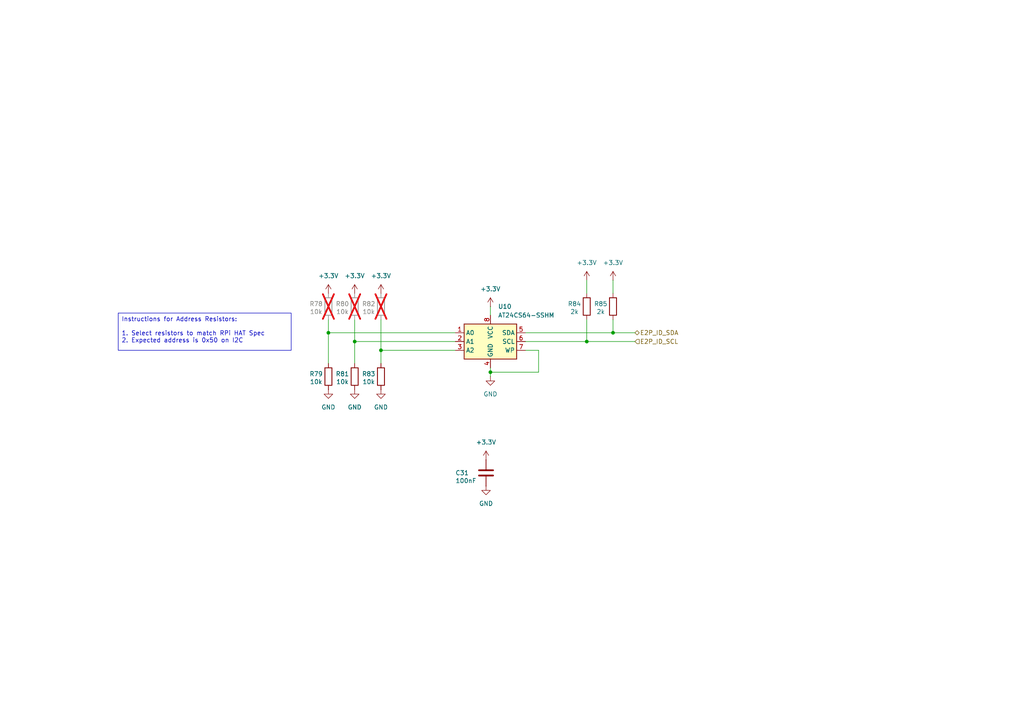
<source format=kicad_sch>
(kicad_sch
	(version 20231120)
	(generator "eeschema")
	(generator_version "8.0")
	(uuid "6b52e6ed-2ae6-427e-baa9-b0ce172c6e1b")
	(paper "A4")
	(lib_symbols
		(symbol "Device:C"
			(pin_numbers hide)
			(pin_names
				(offset 0.254)
			)
			(exclude_from_sim no)
			(in_bom yes)
			(on_board yes)
			(property "Reference" "C"
				(at 0.635 2.54 0)
				(effects
					(font
						(size 1.27 1.27)
					)
					(justify left)
				)
			)
			(property "Value" "C"
				(at 0.635 -2.54 0)
				(effects
					(font
						(size 1.27 1.27)
					)
					(justify left)
				)
			)
			(property "Footprint" ""
				(at 0.9652 -3.81 0)
				(effects
					(font
						(size 1.27 1.27)
					)
					(hide yes)
				)
			)
			(property "Datasheet" "~"
				(at 0 0 0)
				(effects
					(font
						(size 1.27 1.27)
					)
					(hide yes)
				)
			)
			(property "Description" "Unpolarized capacitor"
				(at 0 0 0)
				(effects
					(font
						(size 1.27 1.27)
					)
					(hide yes)
				)
			)
			(property "ki_keywords" "cap capacitor"
				(at 0 0 0)
				(effects
					(font
						(size 1.27 1.27)
					)
					(hide yes)
				)
			)
			(property "ki_fp_filters" "C_*"
				(at 0 0 0)
				(effects
					(font
						(size 1.27 1.27)
					)
					(hide yes)
				)
			)
			(symbol "C_0_1"
				(polyline
					(pts
						(xy -2.032 -0.762) (xy 2.032 -0.762)
					)
					(stroke
						(width 0.508)
						(type default)
					)
					(fill
						(type none)
					)
				)
				(polyline
					(pts
						(xy -2.032 0.762) (xy 2.032 0.762)
					)
					(stroke
						(width 0.508)
						(type default)
					)
					(fill
						(type none)
					)
				)
			)
			(symbol "C_1_1"
				(pin passive line
					(at 0 3.81 270)
					(length 2.794)
					(name "~"
						(effects
							(font
								(size 1.27 1.27)
							)
						)
					)
					(number "1"
						(effects
							(font
								(size 1.27 1.27)
							)
						)
					)
				)
				(pin passive line
					(at 0 -3.81 90)
					(length 2.794)
					(name "~"
						(effects
							(font
								(size 1.27 1.27)
							)
						)
					)
					(number "2"
						(effects
							(font
								(size 1.27 1.27)
							)
						)
					)
				)
			)
		)
		(symbol "Device:R"
			(pin_numbers hide)
			(pin_names
				(offset 0)
			)
			(exclude_from_sim no)
			(in_bom yes)
			(on_board yes)
			(property "Reference" "R"
				(at 2.032 0 90)
				(effects
					(font
						(size 1.27 1.27)
					)
				)
			)
			(property "Value" "R"
				(at 0 0 90)
				(effects
					(font
						(size 1.27 1.27)
					)
				)
			)
			(property "Footprint" ""
				(at -1.778 0 90)
				(effects
					(font
						(size 1.27 1.27)
					)
					(hide yes)
				)
			)
			(property "Datasheet" "~"
				(at 0 0 0)
				(effects
					(font
						(size 1.27 1.27)
					)
					(hide yes)
				)
			)
			(property "Description" "Resistor"
				(at 0 0 0)
				(effects
					(font
						(size 1.27 1.27)
					)
					(hide yes)
				)
			)
			(property "ki_keywords" "R res resistor"
				(at 0 0 0)
				(effects
					(font
						(size 1.27 1.27)
					)
					(hide yes)
				)
			)
			(property "ki_fp_filters" "R_*"
				(at 0 0 0)
				(effects
					(font
						(size 1.27 1.27)
					)
					(hide yes)
				)
			)
			(symbol "R_0_1"
				(rectangle
					(start -1.016 -2.54)
					(end 1.016 2.54)
					(stroke
						(width 0.254)
						(type default)
					)
					(fill
						(type none)
					)
				)
			)
			(symbol "R_1_1"
				(pin passive line
					(at 0 3.81 270)
					(length 1.27)
					(name "~"
						(effects
							(font
								(size 1.27 1.27)
							)
						)
					)
					(number "1"
						(effects
							(font
								(size 1.27 1.27)
							)
						)
					)
				)
				(pin passive line
					(at 0 -3.81 90)
					(length 1.27)
					(name "~"
						(effects
							(font
								(size 1.27 1.27)
							)
						)
					)
					(number "2"
						(effects
							(font
								(size 1.27 1.27)
							)
						)
					)
				)
			)
		)
		(symbol "Memory_EEPROM:AT24CS64-SSHM"
			(exclude_from_sim no)
			(in_bom yes)
			(on_board yes)
			(property "Reference" "U"
				(at -7.62 6.35 0)
				(effects
					(font
						(size 1.27 1.27)
					)
				)
			)
			(property "Value" "AT24CS64-SSHM"
				(at 2.54 -6.35 0)
				(effects
					(font
						(size 1.27 1.27)
					)
					(justify left)
				)
			)
			(property "Footprint" "Package_SO:SOIC-8_3.9x4.9mm_P1.27mm"
				(at 0 0 0)
				(effects
					(font
						(size 1.27 1.27)
					)
					(hide yes)
				)
			)
			(property "Datasheet" "http://ww1.microchip.com/downloads/en/DeviceDoc/Atmel-8870-SEEPROM-AT24CS64-Datasheet.pdf"
				(at 0 0 0)
				(effects
					(font
						(size 1.27 1.27)
					)
					(hide yes)
				)
			)
			(property "Description" "I2C Serial EEPROM, 64Kb (8192x8) with Unique Serial Number, SO8"
				(at 0 0 0)
				(effects
					(font
						(size 1.27 1.27)
					)
					(hide yes)
				)
			)
			(property "ki_keywords" "I2C Serial EEPROM Nonvolatile Memory"
				(at 0 0 0)
				(effects
					(font
						(size 1.27 1.27)
					)
					(hide yes)
				)
			)
			(property "ki_fp_filters" "SOIC*3.9x4.9mm*P1.27mm*"
				(at 0 0 0)
				(effects
					(font
						(size 1.27 1.27)
					)
					(hide yes)
				)
			)
			(symbol "AT24CS64-SSHM_1_1"
				(rectangle
					(start -7.62 5.08)
					(end 7.62 -5.08)
					(stroke
						(width 0.254)
						(type default)
					)
					(fill
						(type background)
					)
				)
				(pin input line
					(at -10.16 2.54 0)
					(length 2.54)
					(name "A0"
						(effects
							(font
								(size 1.27 1.27)
							)
						)
					)
					(number "1"
						(effects
							(font
								(size 1.27 1.27)
							)
						)
					)
				)
				(pin input line
					(at -10.16 0 0)
					(length 2.54)
					(name "A1"
						(effects
							(font
								(size 1.27 1.27)
							)
						)
					)
					(number "2"
						(effects
							(font
								(size 1.27 1.27)
							)
						)
					)
				)
				(pin input line
					(at -10.16 -2.54 0)
					(length 2.54)
					(name "A2"
						(effects
							(font
								(size 1.27 1.27)
							)
						)
					)
					(number "3"
						(effects
							(font
								(size 1.27 1.27)
							)
						)
					)
				)
				(pin power_in line
					(at 0 -7.62 90)
					(length 2.54)
					(name "GND"
						(effects
							(font
								(size 1.27 1.27)
							)
						)
					)
					(number "4"
						(effects
							(font
								(size 1.27 1.27)
							)
						)
					)
				)
				(pin bidirectional line
					(at 10.16 2.54 180)
					(length 2.54)
					(name "SDA"
						(effects
							(font
								(size 1.27 1.27)
							)
						)
					)
					(number "5"
						(effects
							(font
								(size 1.27 1.27)
							)
						)
					)
				)
				(pin input line
					(at 10.16 0 180)
					(length 2.54)
					(name "SCL"
						(effects
							(font
								(size 1.27 1.27)
							)
						)
					)
					(number "6"
						(effects
							(font
								(size 1.27 1.27)
							)
						)
					)
				)
				(pin input line
					(at 10.16 -2.54 180)
					(length 2.54)
					(name "WP"
						(effects
							(font
								(size 1.27 1.27)
							)
						)
					)
					(number "7"
						(effects
							(font
								(size 1.27 1.27)
							)
						)
					)
				)
				(pin power_in line
					(at 0 7.62 270)
					(length 2.54)
					(name "VCC"
						(effects
							(font
								(size 1.27 1.27)
							)
						)
					)
					(number "8"
						(effects
							(font
								(size 1.27 1.27)
							)
						)
					)
				)
			)
		)
		(symbol "power:+3.3V"
			(power)
			(pin_numbers hide)
			(pin_names
				(offset 0) hide)
			(exclude_from_sim no)
			(in_bom yes)
			(on_board yes)
			(property "Reference" "#PWR"
				(at 0 -3.81 0)
				(effects
					(font
						(size 1.27 1.27)
					)
					(hide yes)
				)
			)
			(property "Value" "+3.3V"
				(at 0 3.556 0)
				(effects
					(font
						(size 1.27 1.27)
					)
				)
			)
			(property "Footprint" ""
				(at 0 0 0)
				(effects
					(font
						(size 1.27 1.27)
					)
					(hide yes)
				)
			)
			(property "Datasheet" ""
				(at 0 0 0)
				(effects
					(font
						(size 1.27 1.27)
					)
					(hide yes)
				)
			)
			(property "Description" "Power symbol creates a global label with name \"+3.3V\""
				(at 0 0 0)
				(effects
					(font
						(size 1.27 1.27)
					)
					(hide yes)
				)
			)
			(property "ki_keywords" "global power"
				(at 0 0 0)
				(effects
					(font
						(size 1.27 1.27)
					)
					(hide yes)
				)
			)
			(symbol "+3.3V_0_1"
				(polyline
					(pts
						(xy -0.762 1.27) (xy 0 2.54)
					)
					(stroke
						(width 0)
						(type default)
					)
					(fill
						(type none)
					)
				)
				(polyline
					(pts
						(xy 0 0) (xy 0 2.54)
					)
					(stroke
						(width 0)
						(type default)
					)
					(fill
						(type none)
					)
				)
				(polyline
					(pts
						(xy 0 2.54) (xy 0.762 1.27)
					)
					(stroke
						(width 0)
						(type default)
					)
					(fill
						(type none)
					)
				)
			)
			(symbol "+3.3V_1_1"
				(pin power_in line
					(at 0 0 90)
					(length 0)
					(name "~"
						(effects
							(font
								(size 1.27 1.27)
							)
						)
					)
					(number "1"
						(effects
							(font
								(size 1.27 1.27)
							)
						)
					)
				)
			)
		)
		(symbol "power:GND"
			(power)
			(pin_numbers hide)
			(pin_names
				(offset 0) hide)
			(exclude_from_sim no)
			(in_bom yes)
			(on_board yes)
			(property "Reference" "#PWR"
				(at 0 -6.35 0)
				(effects
					(font
						(size 1.27 1.27)
					)
					(hide yes)
				)
			)
			(property "Value" "GND"
				(at 0 -3.81 0)
				(effects
					(font
						(size 1.27 1.27)
					)
				)
			)
			(property "Footprint" ""
				(at 0 0 0)
				(effects
					(font
						(size 1.27 1.27)
					)
					(hide yes)
				)
			)
			(property "Datasheet" ""
				(at 0 0 0)
				(effects
					(font
						(size 1.27 1.27)
					)
					(hide yes)
				)
			)
			(property "Description" "Power symbol creates a global label with name \"GND\" , ground"
				(at 0 0 0)
				(effects
					(font
						(size 1.27 1.27)
					)
					(hide yes)
				)
			)
			(property "ki_keywords" "global power"
				(at 0 0 0)
				(effects
					(font
						(size 1.27 1.27)
					)
					(hide yes)
				)
			)
			(symbol "GND_0_1"
				(polyline
					(pts
						(xy 0 0) (xy 0 -1.27) (xy 1.27 -1.27) (xy 0 -2.54) (xy -1.27 -1.27) (xy 0 -1.27)
					)
					(stroke
						(width 0)
						(type default)
					)
					(fill
						(type none)
					)
				)
			)
			(symbol "GND_1_1"
				(pin power_in line
					(at 0 0 270)
					(length 0)
					(name "~"
						(effects
							(font
								(size 1.27 1.27)
							)
						)
					)
					(number "1"
						(effects
							(font
								(size 1.27 1.27)
							)
						)
					)
				)
			)
		)
		(symbol "power:VBUS"
			(power)
			(pin_numbers hide)
			(pin_names
				(offset 0) hide)
			(exclude_from_sim no)
			(in_bom yes)
			(on_board yes)
			(property "Reference" "#PWR"
				(at 0 -3.81 0)
				(effects
					(font
						(size 1.27 1.27)
					)
					(hide yes)
				)
			)
			(property "Value" "VBUS"
				(at 0 3.556 0)
				(effects
					(font
						(size 1.27 1.27)
					)
				)
			)
			(property "Footprint" ""
				(at 0 0 0)
				(effects
					(font
						(size 1.27 1.27)
					)
					(hide yes)
				)
			)
			(property "Datasheet" ""
				(at 0 0 0)
				(effects
					(font
						(size 1.27 1.27)
					)
					(hide yes)
				)
			)
			(property "Description" "Power symbol creates a global label with name \"VBUS\""
				(at 0 0 0)
				(effects
					(font
						(size 1.27 1.27)
					)
					(hide yes)
				)
			)
			(property "ki_keywords" "global power"
				(at 0 0 0)
				(effects
					(font
						(size 1.27 1.27)
					)
					(hide yes)
				)
			)
			(symbol "VBUS_0_1"
				(polyline
					(pts
						(xy -0.762 1.27) (xy 0 2.54)
					)
					(stroke
						(width 0)
						(type default)
					)
					(fill
						(type none)
					)
				)
				(polyline
					(pts
						(xy 0 0) (xy 0 2.54)
					)
					(stroke
						(width 0)
						(type default)
					)
					(fill
						(type none)
					)
				)
				(polyline
					(pts
						(xy 0 2.54) (xy 0.762 1.27)
					)
					(stroke
						(width 0)
						(type default)
					)
					(fill
						(type none)
					)
				)
			)
			(symbol "VBUS_1_1"
				(pin power_in line
					(at 0 0 90)
					(length 0)
					(name "~"
						(effects
							(font
								(size 1.27 1.27)
							)
						)
					)
					(number "1"
						(effects
							(font
								(size 1.27 1.27)
							)
						)
					)
				)
			)
		)
	)
	(junction
		(at 170.18 99.06)
		(diameter 0)
		(color 0 0 0 0)
		(uuid "2219ea91-6d90-4dbb-b568-453a2563b064")
	)
	(junction
		(at 142.24 107.95)
		(diameter 0)
		(color 0 0 0 0)
		(uuid "5908c6d3-410c-4851-87a7-99b682a2c9a8")
	)
	(junction
		(at 177.8 96.52)
		(diameter 0)
		(color 0 0 0 0)
		(uuid "5f01d176-2d99-42e9-8415-8bb49106a8e3")
	)
	(junction
		(at 110.49 101.6)
		(diameter 0)
		(color 0 0 0 0)
		(uuid "77eed0bc-8b65-46a5-83e9-e3681a8b6b6a")
	)
	(junction
		(at 95.25 96.52)
		(diameter 0)
		(color 0 0 0 0)
		(uuid "af64ddf7-61ea-455d-9495-5fc28a2cea19")
	)
	(junction
		(at 102.87 99.06)
		(diameter 0)
		(color 0 0 0 0)
		(uuid "da907b06-cdf0-4e13-bd60-2d6d5cc430d9")
	)
	(wire
		(pts
			(xy 102.87 99.06) (xy 102.87 92.71)
		)
		(stroke
			(width 0)
			(type default)
		)
		(uuid "0d215f2d-3be1-4b33-aede-3330e27fdcd2")
	)
	(wire
		(pts
			(xy 156.21 101.6) (xy 156.21 107.95)
		)
		(stroke
			(width 0)
			(type default)
		)
		(uuid "12770803-6115-4c4b-9633-b5fd6e5fbc32")
	)
	(wire
		(pts
			(xy 132.08 101.6) (xy 110.49 101.6)
		)
		(stroke
			(width 0)
			(type default)
		)
		(uuid "151ef5a6-5305-4719-8114-6706b4ebd725")
	)
	(wire
		(pts
			(xy 102.87 99.06) (xy 102.87 105.41)
		)
		(stroke
			(width 0)
			(type default)
		)
		(uuid "3128130f-5451-421f-bbef-46ff2e72f85c")
	)
	(wire
		(pts
			(xy 142.24 107.95) (xy 142.24 109.22)
		)
		(stroke
			(width 0)
			(type default)
		)
		(uuid "4360c58b-7528-43e9-9be0-2432fcf45a52")
	)
	(wire
		(pts
			(xy 110.49 101.6) (xy 110.49 92.71)
		)
		(stroke
			(width 0)
			(type default)
		)
		(uuid "43687159-345f-4d51-ab2b-98b2070854d2")
	)
	(wire
		(pts
			(xy 95.25 96.52) (xy 132.08 96.52)
		)
		(stroke
			(width 0)
			(type default)
		)
		(uuid "4adb5a50-1c74-4ec4-8397-54f9b4067db0")
	)
	(wire
		(pts
			(xy 110.49 101.6) (xy 110.49 105.41)
		)
		(stroke
			(width 0)
			(type default)
		)
		(uuid "4de803b9-b01a-4e04-befb-787a171eab11")
	)
	(wire
		(pts
			(xy 142.24 88.9) (xy 142.24 91.44)
		)
		(stroke
			(width 0)
			(type default)
		)
		(uuid "4ed9f462-c436-41fc-854f-72e47d3f99fd")
	)
	(wire
		(pts
			(xy 177.8 92.71) (xy 177.8 96.52)
		)
		(stroke
			(width 0)
			(type default)
		)
		(uuid "5150d746-1433-4cca-9936-a20667cfe182")
	)
	(wire
		(pts
			(xy 170.18 99.06) (xy 184.15 99.06)
		)
		(stroke
			(width 0)
			(type default)
		)
		(uuid "5d5b5c1d-ef6a-449e-a23b-f91dadc4809c")
	)
	(wire
		(pts
			(xy 132.08 99.06) (xy 102.87 99.06)
		)
		(stroke
			(width 0)
			(type default)
		)
		(uuid "629078f5-9b75-4da6-93e4-8307e8d338ef")
	)
	(wire
		(pts
			(xy 152.4 96.52) (xy 177.8 96.52)
		)
		(stroke
			(width 0)
			(type default)
		)
		(uuid "76d7671b-7e64-4973-91c9-edbdf5767b51")
	)
	(wire
		(pts
			(xy 156.21 107.95) (xy 142.24 107.95)
		)
		(stroke
			(width 0)
			(type default)
		)
		(uuid "8156f845-5ef9-4a0d-8680-88daf8abcacf")
	)
	(wire
		(pts
			(xy 152.4 99.06) (xy 170.18 99.06)
		)
		(stroke
			(width 0)
			(type default)
		)
		(uuid "935c5941-619b-46b3-87a6-c0ce8e59e101")
	)
	(wire
		(pts
			(xy 170.18 81.28) (xy 170.18 85.09)
		)
		(stroke
			(width 0)
			(type default)
		)
		(uuid "a53d1656-0002-4962-9b27-978d5061e2ab")
	)
	(wire
		(pts
			(xy 95.25 105.41) (xy 95.25 96.52)
		)
		(stroke
			(width 0)
			(type default)
		)
		(uuid "b2f8e984-8514-43f5-b92b-397cb70dc1e3")
	)
	(wire
		(pts
			(xy 152.4 101.6) (xy 156.21 101.6)
		)
		(stroke
			(width 0)
			(type default)
		)
		(uuid "bb64313a-4b7f-498b-8769-8aed428485ef")
	)
	(wire
		(pts
			(xy 170.18 92.71) (xy 170.18 99.06)
		)
		(stroke
			(width 0)
			(type default)
		)
		(uuid "e655bed6-1845-46bb-aab0-1b43671e4b1c")
	)
	(wire
		(pts
			(xy 177.8 81.28) (xy 177.8 85.09)
		)
		(stroke
			(width 0)
			(type default)
		)
		(uuid "f257aeea-82e2-43e3-9d83-48f8b5886960")
	)
	(wire
		(pts
			(xy 95.25 96.52) (xy 95.25 92.71)
		)
		(stroke
			(width 0)
			(type default)
		)
		(uuid "f3642891-3f79-4660-9097-5e197a9f54c8")
	)
	(wire
		(pts
			(xy 177.8 96.52) (xy 184.15 96.52)
		)
		(stroke
			(width 0)
			(type default)
		)
		(uuid "fb24d858-f72c-4444-ab61-bc40c0992d0b")
	)
	(wire
		(pts
			(xy 142.24 106.68) (xy 142.24 107.95)
		)
		(stroke
			(width 0)
			(type default)
		)
		(uuid "fef8ffe9-2705-48fd-8ef1-e725f56c396a")
	)
	(text_box "Instructions for Address Resistors:\n\n1. Select resistors to match RPi HAT Spec\n2. Expected address is 0x50 on I2C\n\n"
		(exclude_from_sim no)
		(at 34.29 90.805 0)
		(size 50.165 10.795)
		(stroke
			(width 0)
			(type default)
		)
		(fill
			(type none)
		)
		(effects
			(font
				(size 1.27 1.27)
			)
			(justify left top)
		)
		(uuid "662b41eb-0740-4597-849f-7e613b332951")
	)
	(hierarchical_label "E2P_ID_SDA"
		(shape bidirectional)
		(at 184.15 96.52 0)
		(effects
			(font
				(size 1.27 1.27)
			)
			(justify left)
		)
		(uuid "97f1e30a-ec81-46e3-8274-af4897060eeb")
	)
	(hierarchical_label "E2P_ID_SCL"
		(shape input)
		(at 184.15 99.06 0)
		(effects
			(font
				(size 1.27 1.27)
			)
			(justify left)
		)
		(uuid "be7181fd-2293-4e1e-87cb-8c613a7d98db")
	)
	(symbol
		(lib_id "Device:C")
		(at 140.97 137.16 0)
		(unit 1)
		(exclude_from_sim no)
		(in_bom yes)
		(on_board yes)
		(dnp no)
		(uuid "02c93d23-edd0-470f-aafe-800106b04fc4")
		(property "Reference" "C31"
			(at 132.08 137.16 0)
			(effects
				(font
					(size 1.27 1.27)
				)
				(justify left)
			)
		)
		(property "Value" "100nF"
			(at 132.08 139.446 0)
			(effects
				(font
					(size 1.27 1.27)
				)
				(justify left)
			)
		)
		(property "Footprint" "Capacitor_SMD:C_0402_1005Metric_Pad0.74x0.62mm_HandSolder"
			(at 141.9352 140.97 0)
			(effects
				(font
					(size 1.27 1.27)
				)
				(hide yes)
			)
		)
		(property "Datasheet" "~"
			(at 140.97 137.16 0)
			(effects
				(font
					(size 1.27 1.27)
				)
				(hide yes)
			)
		)
		(property "Description" "Unpolarized capacitor"
			(at 140.97 137.16 0)
			(effects
				(font
					(size 1.27 1.27)
				)
				(hide yes)
			)
		)
		(property "Tolerance" "10%"
			(at 140.97 137.16 0)
			(effects
				(font
					(size 1.27 1.27)
				)
				(hide yes)
			)
		)
		(property "Voltage" "16V"
			(at 140.97 137.16 0)
			(effects
				(font
					(size 1.27 1.27)
				)
				(hide yes)
			)
		)
		(property "LCSC Part #" "C1525"
			(at 140.97 137.16 0)
			(effects
				(font
					(size 1.27 1.27)
				)
				(hide yes)
			)
		)
		(pin "1"
			(uuid "14a0cbee-2b3b-43f6-98f5-6e06a6d6c35f")
		)
		(pin "2"
			(uuid "3a1ad6ee-e77b-44a4-b029-706678b749ba")
		)
		(instances
			(project "mhd314"
				(path "/afee45fc-2361-4efb-9cde-757fc2efd57b/dd3a71e6-b73d-4dfa-b1d3-006fa9bea49c"
					(reference "C31")
					(unit 1)
				)
			)
		)
	)
	(symbol
		(lib_id "power:GND")
		(at 110.49 113.03 0)
		(unit 1)
		(exclude_from_sim no)
		(in_bom yes)
		(on_board yes)
		(dnp no)
		(fields_autoplaced yes)
		(uuid "053c3f3b-ef81-4825-b674-15c04183e857")
		(property "Reference" "#PWR0104"
			(at 110.49 119.38 0)
			(effects
				(font
					(size 1.27 1.27)
				)
				(hide yes)
			)
		)
		(property "Value" "GND"
			(at 110.49 118.11 0)
			(effects
				(font
					(size 1.27 1.27)
				)
			)
		)
		(property "Footprint" ""
			(at 110.49 113.03 0)
			(effects
				(font
					(size 1.27 1.27)
				)
				(hide yes)
			)
		)
		(property "Datasheet" ""
			(at 110.49 113.03 0)
			(effects
				(font
					(size 1.27 1.27)
				)
				(hide yes)
			)
		)
		(property "Description" "Power symbol creates a global label with name \"GND\" , ground"
			(at 110.49 113.03 0)
			(effects
				(font
					(size 1.27 1.27)
				)
				(hide yes)
			)
		)
		(pin "1"
			(uuid "c440543d-1e70-427d-afd5-ee8615c0d347")
		)
		(instances
			(project ""
				(path "/afee45fc-2361-4efb-9cde-757fc2efd57b/dd3a71e6-b73d-4dfa-b1d3-006fa9bea49c"
					(reference "#PWR0104")
					(unit 1)
				)
			)
		)
	)
	(symbol
		(lib_id "Device:R")
		(at 102.87 109.22 180)
		(unit 1)
		(exclude_from_sim no)
		(in_bom yes)
		(on_board yes)
		(dnp no)
		(uuid "113bc8a3-22ce-4667-b745-a3a751b7a5c8")
		(property "Reference" "R81"
			(at 99.314 108.458 0)
			(effects
				(font
					(size 1.27 1.27)
				)
			)
		)
		(property "Value" "10k"
			(at 99.314 110.744 0)
			(effects
				(font
					(size 1.27 1.27)
				)
			)
		)
		(property "Footprint" "Resistor_SMD:R_0402_1005Metric_Pad0.72x0.64mm_HandSolder"
			(at 104.648 109.22 90)
			(effects
				(font
					(size 1.27 1.27)
				)
				(hide yes)
			)
		)
		(property "Datasheet" "~"
			(at 102.87 109.22 0)
			(effects
				(font
					(size 1.27 1.27)
				)
				(hide yes)
			)
		)
		(property "Description" "Resistor"
			(at 102.87 109.22 0)
			(effects
				(font
					(size 1.27 1.27)
				)
				(hide yes)
			)
		)
		(property "Tolerance" "5%"
			(at 102.87 109.22 0)
			(effects
				(font
					(size 1.27 1.27)
				)
				(hide yes)
			)
		)
		(property "LCSC Part #" "C25744"
			(at 102.87 109.22 0)
			(effects
				(font
					(size 1.27 1.27)
				)
				(hide yes)
			)
		)
		(pin "2"
			(uuid "9bf4be91-ee95-4418-914d-c16d3ddda89e")
		)
		(pin "1"
			(uuid "b3bfcdd6-cfe8-44dd-aaf8-7772f8d2fe4a")
		)
		(instances
			(project "mhd314"
				(path "/afee45fc-2361-4efb-9cde-757fc2efd57b/dd3a71e6-b73d-4dfa-b1d3-006fa9bea49c"
					(reference "R81")
					(unit 1)
				)
			)
		)
	)
	(symbol
		(lib_id "power:GND")
		(at 140.97 140.97 0)
		(unit 1)
		(exclude_from_sim no)
		(in_bom yes)
		(on_board yes)
		(dnp no)
		(fields_autoplaced yes)
		(uuid "18de6f15-01a5-4bb6-bb30-d75df51536ae")
		(property "Reference" "#PWR098"
			(at 140.97 147.32 0)
			(effects
				(font
					(size 1.27 1.27)
				)
				(hide yes)
			)
		)
		(property "Value" "GND"
			(at 140.97 146.05 0)
			(effects
				(font
					(size 1.27 1.27)
				)
			)
		)
		(property "Footprint" ""
			(at 140.97 140.97 0)
			(effects
				(font
					(size 1.27 1.27)
				)
				(hide yes)
			)
		)
		(property "Datasheet" ""
			(at 140.97 140.97 0)
			(effects
				(font
					(size 1.27 1.27)
				)
				(hide yes)
			)
		)
		(property "Description" "Power symbol creates a global label with name \"GND\" , ground"
			(at 140.97 140.97 0)
			(effects
				(font
					(size 1.27 1.27)
				)
				(hide yes)
			)
		)
		(pin "1"
			(uuid "6443fd90-bf31-4ccb-ad8b-ddc91a9425f7")
		)
		(instances
			(project ""
				(path "/afee45fc-2361-4efb-9cde-757fc2efd57b/dd3a71e6-b73d-4dfa-b1d3-006fa9bea49c"
					(reference "#PWR098")
					(unit 1)
				)
			)
		)
	)
	(symbol
		(lib_id "power:GND")
		(at 142.24 109.22 0)
		(unit 1)
		(exclude_from_sim no)
		(in_bom yes)
		(on_board yes)
		(dnp no)
		(fields_autoplaced yes)
		(uuid "24dd8211-9fb7-43e6-a866-9117f15ae9d0")
		(property "Reference" "#PWR096"
			(at 142.24 115.57 0)
			(effects
				(font
					(size 1.27 1.27)
				)
				(hide yes)
			)
		)
		(property "Value" "GND"
			(at 142.24 114.3 0)
			(effects
				(font
					(size 1.27 1.27)
				)
			)
		)
		(property "Footprint" ""
			(at 142.24 109.22 0)
			(effects
				(font
					(size 1.27 1.27)
				)
				(hide yes)
			)
		)
		(property "Datasheet" ""
			(at 142.24 109.22 0)
			(effects
				(font
					(size 1.27 1.27)
				)
				(hide yes)
			)
		)
		(property "Description" "Power symbol creates a global label with name \"GND\" , ground"
			(at 142.24 109.22 0)
			(effects
				(font
					(size 1.27 1.27)
				)
				(hide yes)
			)
		)
		(pin "1"
			(uuid "0a65ea40-8aa2-42ad-ae83-2807a4c2a77e")
		)
		(instances
			(project ""
				(path "/afee45fc-2361-4efb-9cde-757fc2efd57b/dd3a71e6-b73d-4dfa-b1d3-006fa9bea49c"
					(reference "#PWR096")
					(unit 1)
				)
			)
		)
	)
	(symbol
		(lib_id "power:VBUS")
		(at 170.18 81.28 0)
		(unit 1)
		(exclude_from_sim no)
		(in_bom yes)
		(on_board yes)
		(dnp no)
		(fields_autoplaced yes)
		(uuid "301a210c-9047-47b9-b37f-3bf252bd2331")
		(property "Reference" "#PWR099"
			(at 170.18 85.09 0)
			(effects
				(font
					(size 1.27 1.27)
				)
				(hide yes)
			)
		)
		(property "Value" "+3.3V"
			(at 170.18 76.2 0)
			(effects
				(font
					(size 1.27 1.27)
				)
			)
		)
		(property "Footprint" ""
			(at 170.18 81.28 0)
			(effects
				(font
					(size 1.27 1.27)
				)
				(hide yes)
			)
		)
		(property "Datasheet" ""
			(at 170.18 81.28 0)
			(effects
				(font
					(size 1.27 1.27)
				)
				(hide yes)
			)
		)
		(property "Description" "Power symbol creates a global label with name \"VBUS\""
			(at 170.18 81.28 0)
			(effects
				(font
					(size 1.27 1.27)
				)
				(hide yes)
			)
		)
		(pin "1"
			(uuid "ff80a50a-68a7-47b4-ad7d-7dfc7afa8a05")
		)
		(instances
			(project ""
				(path "/afee45fc-2361-4efb-9cde-757fc2efd57b/dd3a71e6-b73d-4dfa-b1d3-006fa9bea49c"
					(reference "#PWR099")
					(unit 1)
				)
			)
		)
	)
	(symbol
		(lib_id "Device:R")
		(at 110.49 88.9 180)
		(unit 1)
		(exclude_from_sim no)
		(in_bom yes)
		(on_board yes)
		(dnp yes)
		(uuid "3434ca2c-d69b-47a5-b56c-6ed93d6cd869")
		(property "Reference" "R82"
			(at 106.934 88.138 0)
			(effects
				(font
					(size 1.27 1.27)
				)
			)
		)
		(property "Value" "10k"
			(at 106.934 90.424 0)
			(effects
				(font
					(size 1.27 1.27)
				)
			)
		)
		(property "Footprint" "Resistor_SMD:R_0402_1005Metric_Pad0.72x0.64mm_HandSolder"
			(at 112.268 88.9 90)
			(effects
				(font
					(size 1.27 1.27)
				)
				(hide yes)
			)
		)
		(property "Datasheet" "~"
			(at 110.49 88.9 0)
			(effects
				(font
					(size 1.27 1.27)
				)
				(hide yes)
			)
		)
		(property "Description" "Resistor"
			(at 110.49 88.9 0)
			(effects
				(font
					(size 1.27 1.27)
				)
				(hide yes)
			)
		)
		(property "Tolerance" "5%"
			(at 110.49 88.9 0)
			(effects
				(font
					(size 1.27 1.27)
				)
				(hide yes)
			)
		)
		(pin "2"
			(uuid "b9cd52f7-3036-4e69-be37-be43c13fd66c")
		)
		(pin "1"
			(uuid "6c7a0f9a-a8ce-4595-9d00-5f057dab5b76")
		)
		(instances
			(project "mhd314"
				(path "/afee45fc-2361-4efb-9cde-757fc2efd57b/dd3a71e6-b73d-4dfa-b1d3-006fa9bea49c"
					(reference "R82")
					(unit 1)
				)
			)
		)
	)
	(symbol
		(lib_id "power:VBUS")
		(at 177.8 81.28 0)
		(unit 1)
		(exclude_from_sim no)
		(in_bom yes)
		(on_board yes)
		(dnp no)
		(fields_autoplaced yes)
		(uuid "38ccad8a-8ed9-497d-882b-b699a2046ef1")
		(property "Reference" "#PWR0100"
			(at 177.8 85.09 0)
			(effects
				(font
					(size 1.27 1.27)
				)
				(hide yes)
			)
		)
		(property "Value" "+3.3V"
			(at 177.8 76.2 0)
			(effects
				(font
					(size 1.27 1.27)
				)
			)
		)
		(property "Footprint" ""
			(at 177.8 81.28 0)
			(effects
				(font
					(size 1.27 1.27)
				)
				(hide yes)
			)
		)
		(property "Datasheet" ""
			(at 177.8 81.28 0)
			(effects
				(font
					(size 1.27 1.27)
				)
				(hide yes)
			)
		)
		(property "Description" "Power symbol creates a global label with name \"VBUS\""
			(at 177.8 81.28 0)
			(effects
				(font
					(size 1.27 1.27)
				)
				(hide yes)
			)
		)
		(pin "1"
			(uuid "bdac97ed-9554-4011-b39d-4b472e7778df")
		)
		(instances
			(project ""
				(path "/afee45fc-2361-4efb-9cde-757fc2efd57b/dd3a71e6-b73d-4dfa-b1d3-006fa9bea49c"
					(reference "#PWR0100")
					(unit 1)
				)
			)
		)
	)
	(symbol
		(lib_id "power:VBUS")
		(at 95.25 85.09 0)
		(unit 1)
		(exclude_from_sim no)
		(in_bom yes)
		(on_board yes)
		(dnp no)
		(fields_autoplaced yes)
		(uuid "602214ea-3150-48cc-b360-9fb4457b7ac0")
		(property "Reference" "#PWR0103"
			(at 95.25 88.9 0)
			(effects
				(font
					(size 1.27 1.27)
				)
				(hide yes)
			)
		)
		(property "Value" "+3.3V"
			(at 95.25 80.01 0)
			(effects
				(font
					(size 1.27 1.27)
				)
			)
		)
		(property "Footprint" ""
			(at 95.25 85.09 0)
			(effects
				(font
					(size 1.27 1.27)
				)
				(hide yes)
			)
		)
		(property "Datasheet" ""
			(at 95.25 85.09 0)
			(effects
				(font
					(size 1.27 1.27)
				)
				(hide yes)
			)
		)
		(property "Description" "Power symbol creates a global label with name \"VBUS\""
			(at 95.25 85.09 0)
			(effects
				(font
					(size 1.27 1.27)
				)
				(hide yes)
			)
		)
		(pin "1"
			(uuid "21c6e7aa-72de-4839-84b2-d4b4c64b1aa3")
		)
		(instances
			(project ""
				(path "/afee45fc-2361-4efb-9cde-757fc2efd57b/dd3a71e6-b73d-4dfa-b1d3-006fa9bea49c"
					(reference "#PWR0103")
					(unit 1)
				)
			)
		)
	)
	(symbol
		(lib_id "Device:R")
		(at 95.25 88.9 180)
		(unit 1)
		(exclude_from_sim no)
		(in_bom yes)
		(on_board yes)
		(dnp yes)
		(uuid "6f44c6ca-b824-4680-aa31-6f8e20f81943")
		(property "Reference" "R78"
			(at 91.694 88.138 0)
			(effects
				(font
					(size 1.27 1.27)
				)
			)
		)
		(property "Value" "10k"
			(at 91.694 90.424 0)
			(effects
				(font
					(size 1.27 1.27)
				)
			)
		)
		(property "Footprint" "Resistor_SMD:R_0402_1005Metric_Pad0.72x0.64mm_HandSolder"
			(at 97.028 88.9 90)
			(effects
				(font
					(size 1.27 1.27)
				)
				(hide yes)
			)
		)
		(property "Datasheet" "~"
			(at 95.25 88.9 0)
			(effects
				(font
					(size 1.27 1.27)
				)
				(hide yes)
			)
		)
		(property "Description" "Resistor"
			(at 95.25 88.9 0)
			(effects
				(font
					(size 1.27 1.27)
				)
				(hide yes)
			)
		)
		(property "Tolerance" "5%"
			(at 95.25 88.9 0)
			(effects
				(font
					(size 1.27 1.27)
				)
				(hide yes)
			)
		)
		(pin "2"
			(uuid "56b48315-b17e-4946-9423-5f7d4097492d")
		)
		(pin "1"
			(uuid "b02ba98c-24a3-4268-8f33-b2e43b1fc0e2")
		)
		(instances
			(project "mhd314"
				(path "/afee45fc-2361-4efb-9cde-757fc2efd57b/dd3a71e6-b73d-4dfa-b1d3-006fa9bea49c"
					(reference "R78")
					(unit 1)
				)
			)
		)
	)
	(symbol
		(lib_id "power:VBUS")
		(at 110.49 85.09 0)
		(unit 1)
		(exclude_from_sim no)
		(in_bom yes)
		(on_board yes)
		(dnp no)
		(fields_autoplaced yes)
		(uuid "7a988475-6825-4491-892d-9686a455740f")
		(property "Reference" "#PWR0101"
			(at 110.49 88.9 0)
			(effects
				(font
					(size 1.27 1.27)
				)
				(hide yes)
			)
		)
		(property "Value" "+3.3V"
			(at 110.49 80.01 0)
			(effects
				(font
					(size 1.27 1.27)
				)
			)
		)
		(property "Footprint" ""
			(at 110.49 85.09 0)
			(effects
				(font
					(size 1.27 1.27)
				)
				(hide yes)
			)
		)
		(property "Datasheet" ""
			(at 110.49 85.09 0)
			(effects
				(font
					(size 1.27 1.27)
				)
				(hide yes)
			)
		)
		(property "Description" "Power symbol creates a global label with name \"VBUS\""
			(at 110.49 85.09 0)
			(effects
				(font
					(size 1.27 1.27)
				)
				(hide yes)
			)
		)
		(pin "1"
			(uuid "a00a67e6-82b8-45da-9619-b1b0762a2b9f")
		)
		(instances
			(project ""
				(path "/afee45fc-2361-4efb-9cde-757fc2efd57b/dd3a71e6-b73d-4dfa-b1d3-006fa9bea49c"
					(reference "#PWR0101")
					(unit 1)
				)
			)
		)
	)
	(symbol
		(lib_id "Memory_EEPROM:AT24CS64-SSHM")
		(at 142.24 99.06 0)
		(unit 1)
		(exclude_from_sim no)
		(in_bom yes)
		(on_board yes)
		(dnp no)
		(fields_autoplaced yes)
		(uuid "972dee6a-c2ad-4ad5-bb40-c7c0f1b4263e")
		(property "Reference" "U10"
			(at 144.4341 88.9 0)
			(effects
				(font
					(size 1.27 1.27)
				)
				(justify left)
			)
		)
		(property "Value" "AT24CS64-SSHM"
			(at 144.4341 91.44 0)
			(effects
				(font
					(size 1.27 1.27)
				)
				(justify left)
			)
		)
		(property "Footprint" "Package_SO:SOIC-8_3.9x4.9mm_P1.27mm"
			(at 142.24 99.06 0)
			(effects
				(font
					(size 1.27 1.27)
				)
				(hide yes)
			)
		)
		(property "Datasheet" "http://ww1.microchip.com/downloads/en/DeviceDoc/Atmel-8870-SEEPROM-AT24CS64-Datasheet.pdf"
			(at 142.24 99.06 0)
			(effects
				(font
					(size 1.27 1.27)
				)
				(hide yes)
			)
		)
		(property "Description" "I2C Serial EEPROM, 64Kb (8192x8) with Unique Serial Number, SO8"
			(at 142.24 99.06 0)
			(effects
				(font
					(size 1.27 1.27)
				)
				(hide yes)
			)
		)
		(property "LCSC Part #" "C615478"
			(at 142.24 99.06 0)
			(effects
				(font
					(size 1.27 1.27)
				)
				(hide yes)
			)
		)
		(pin "1"
			(uuid "4a96799a-1f3c-4b6e-aa77-d3b22f36a381")
		)
		(pin "4"
			(uuid "4481a134-9cd4-4ede-a0e6-699e5bc8a7df")
		)
		(pin "7"
			(uuid "1e1c35da-c72a-463c-9856-32cb6db62a15")
		)
		(pin "3"
			(uuid "1b9b9964-7fbd-4913-ac69-8f39c8f5a4dc")
		)
		(pin "2"
			(uuid "6602a609-fc6a-4acc-842c-39f00cb4037a")
		)
		(pin "5"
			(uuid "27c0fde2-3794-47e5-81f3-483f31de25a2")
		)
		(pin "8"
			(uuid "f191d188-74dd-4487-b1bd-bdb59ee87a87")
		)
		(pin "6"
			(uuid "c30099a6-52e6-4cb8-bba5-f269a5d7b319")
		)
		(instances
			(project "mhd314"
				(path "/afee45fc-2361-4efb-9cde-757fc2efd57b/dd3a71e6-b73d-4dfa-b1d3-006fa9bea49c"
					(reference "U10")
					(unit 1)
				)
			)
		)
	)
	(symbol
		(lib_id "power:+3.3V")
		(at 140.97 133.35 0)
		(unit 1)
		(exclude_from_sim no)
		(in_bom yes)
		(on_board yes)
		(dnp no)
		(fields_autoplaced yes)
		(uuid "a1a99ff0-db72-45db-bdc1-2d2cb2610df7")
		(property "Reference" "#PWR097"
			(at 140.97 137.16 0)
			(effects
				(font
					(size 1.27 1.27)
				)
				(hide yes)
			)
		)
		(property "Value" "+3.3V"
			(at 140.97 128.27 0)
			(effects
				(font
					(size 1.27 1.27)
				)
			)
		)
		(property "Footprint" ""
			(at 140.97 133.35 0)
			(effects
				(font
					(size 1.27 1.27)
				)
				(hide yes)
			)
		)
		(property "Datasheet" ""
			(at 140.97 133.35 0)
			(effects
				(font
					(size 1.27 1.27)
				)
				(hide yes)
			)
		)
		(property "Description" "Power symbol creates a global label with name \"+3.3V\""
			(at 140.97 133.35 0)
			(effects
				(font
					(size 1.27 1.27)
				)
				(hide yes)
			)
		)
		(pin "1"
			(uuid "f0f5e016-0c1d-41f0-ba6b-3eff5824f5c5")
		)
		(instances
			(project ""
				(path "/afee45fc-2361-4efb-9cde-757fc2efd57b/dd3a71e6-b73d-4dfa-b1d3-006fa9bea49c"
					(reference "#PWR097")
					(unit 1)
				)
			)
		)
	)
	(symbol
		(lib_id "power:VBUS")
		(at 102.87 85.09 0)
		(unit 1)
		(exclude_from_sim no)
		(in_bom yes)
		(on_board yes)
		(dnp no)
		(fields_autoplaced yes)
		(uuid "a65ff643-bc27-4588-ae07-edea50c6094c")
		(property "Reference" "#PWR0102"
			(at 102.87 88.9 0)
			(effects
				(font
					(size 1.27 1.27)
				)
				(hide yes)
			)
		)
		(property "Value" "+3.3V"
			(at 102.87 80.01 0)
			(effects
				(font
					(size 1.27 1.27)
				)
			)
		)
		(property "Footprint" ""
			(at 102.87 85.09 0)
			(effects
				(font
					(size 1.27 1.27)
				)
				(hide yes)
			)
		)
		(property "Datasheet" ""
			(at 102.87 85.09 0)
			(effects
				(font
					(size 1.27 1.27)
				)
				(hide yes)
			)
		)
		(property "Description" "Power symbol creates a global label with name \"VBUS\""
			(at 102.87 85.09 0)
			(effects
				(font
					(size 1.27 1.27)
				)
				(hide yes)
			)
		)
		(pin "1"
			(uuid "9385e4f0-a40e-413c-ace9-be6e3e3fe2b6")
		)
		(instances
			(project ""
				(path "/afee45fc-2361-4efb-9cde-757fc2efd57b/dd3a71e6-b73d-4dfa-b1d3-006fa9bea49c"
					(reference "#PWR0102")
					(unit 1)
				)
			)
		)
	)
	(symbol
		(lib_id "Device:R")
		(at 95.25 109.22 180)
		(unit 1)
		(exclude_from_sim no)
		(in_bom yes)
		(on_board yes)
		(dnp no)
		(uuid "bb9610d5-01d7-4667-8914-6224923385d8")
		(property "Reference" "R79"
			(at 91.694 108.458 0)
			(effects
				(font
					(size 1.27 1.27)
				)
			)
		)
		(property "Value" "10k"
			(at 91.694 110.744 0)
			(effects
				(font
					(size 1.27 1.27)
				)
			)
		)
		(property "Footprint" "Resistor_SMD:R_0402_1005Metric_Pad0.72x0.64mm_HandSolder"
			(at 97.028 109.22 90)
			(effects
				(font
					(size 1.27 1.27)
				)
				(hide yes)
			)
		)
		(property "Datasheet" "~"
			(at 95.25 109.22 0)
			(effects
				(font
					(size 1.27 1.27)
				)
				(hide yes)
			)
		)
		(property "Description" "Resistor"
			(at 95.25 109.22 0)
			(effects
				(font
					(size 1.27 1.27)
				)
				(hide yes)
			)
		)
		(property "Tolerance" "5%"
			(at 95.25 109.22 0)
			(effects
				(font
					(size 1.27 1.27)
				)
				(hide yes)
			)
		)
		(property "LCSC Part #" "C25744"
			(at 95.25 109.22 0)
			(effects
				(font
					(size 1.27 1.27)
				)
				(hide yes)
			)
		)
		(pin "2"
			(uuid "7695f1ab-ce3e-4bd4-8d93-0b70dccc1e35")
		)
		(pin "1"
			(uuid "60391324-ec7c-431d-9aa8-5fef0e5ecb7b")
		)
		(instances
			(project "mhd314"
				(path "/afee45fc-2361-4efb-9cde-757fc2efd57b/dd3a71e6-b73d-4dfa-b1d3-006fa9bea49c"
					(reference "R79")
					(unit 1)
				)
			)
		)
	)
	(symbol
		(lib_id "power:GND")
		(at 102.87 113.03 0)
		(unit 1)
		(exclude_from_sim no)
		(in_bom yes)
		(on_board yes)
		(dnp no)
		(fields_autoplaced yes)
		(uuid "c917c265-2f4a-4c27-adde-b05b7587c8f0")
		(property "Reference" "#PWR0105"
			(at 102.87 119.38 0)
			(effects
				(font
					(size 1.27 1.27)
				)
				(hide yes)
			)
		)
		(property "Value" "GND"
			(at 102.87 118.11 0)
			(effects
				(font
					(size 1.27 1.27)
				)
			)
		)
		(property "Footprint" ""
			(at 102.87 113.03 0)
			(effects
				(font
					(size 1.27 1.27)
				)
				(hide yes)
			)
		)
		(property "Datasheet" ""
			(at 102.87 113.03 0)
			(effects
				(font
					(size 1.27 1.27)
				)
				(hide yes)
			)
		)
		(property "Description" "Power symbol creates a global label with name \"GND\" , ground"
			(at 102.87 113.03 0)
			(effects
				(font
					(size 1.27 1.27)
				)
				(hide yes)
			)
		)
		(pin "1"
			(uuid "40ca8c71-9a98-44c3-a3be-6299db642f8b")
		)
		(instances
			(project ""
				(path "/afee45fc-2361-4efb-9cde-757fc2efd57b/dd3a71e6-b73d-4dfa-b1d3-006fa9bea49c"
					(reference "#PWR0105")
					(unit 1)
				)
			)
		)
	)
	(symbol
		(lib_id "Device:R")
		(at 110.49 109.22 180)
		(unit 1)
		(exclude_from_sim no)
		(in_bom yes)
		(on_board yes)
		(dnp no)
		(uuid "c946831b-1cbd-4cb3-8cfc-e704287e3683")
		(property "Reference" "R83"
			(at 106.934 108.458 0)
			(effects
				(font
					(size 1.27 1.27)
				)
			)
		)
		(property "Value" "10k"
			(at 106.934 110.744 0)
			(effects
				(font
					(size 1.27 1.27)
				)
			)
		)
		(property "Footprint" "Resistor_SMD:R_0402_1005Metric_Pad0.72x0.64mm_HandSolder"
			(at 112.268 109.22 90)
			(effects
				(font
					(size 1.27 1.27)
				)
				(hide yes)
			)
		)
		(property "Datasheet" "~"
			(at 110.49 109.22 0)
			(effects
				(font
					(size 1.27 1.27)
				)
				(hide yes)
			)
		)
		(property "Description" "Resistor"
			(at 110.49 109.22 0)
			(effects
				(font
					(size 1.27 1.27)
				)
				(hide yes)
			)
		)
		(property "Tolerance" "5%"
			(at 110.49 109.22 0)
			(effects
				(font
					(size 1.27 1.27)
				)
				(hide yes)
			)
		)
		(property "LCSC Part #" "C25744"
			(at 110.49 109.22 0)
			(effects
				(font
					(size 1.27 1.27)
				)
				(hide yes)
			)
		)
		(pin "2"
			(uuid "7e68e775-2b7f-4ba2-a4e9-cfa88f750365")
		)
		(pin "1"
			(uuid "8d6fe0a9-2345-4034-922f-dba64e56f5f0")
		)
		(instances
			(project "mhd314"
				(path "/afee45fc-2361-4efb-9cde-757fc2efd57b/dd3a71e6-b73d-4dfa-b1d3-006fa9bea49c"
					(reference "R83")
					(unit 1)
				)
			)
		)
	)
	(symbol
		(lib_id "power:VBUS")
		(at 142.24 88.9 0)
		(unit 1)
		(exclude_from_sim no)
		(in_bom yes)
		(on_board yes)
		(dnp no)
		(fields_autoplaced yes)
		(uuid "d750ad7b-e0a1-45dd-8037-f7adf8b38a33")
		(property "Reference" "#PWR088"
			(at 142.24 92.71 0)
			(effects
				(font
					(size 1.27 1.27)
				)
				(hide yes)
			)
		)
		(property "Value" "+3.3V"
			(at 142.24 83.82 0)
			(effects
				(font
					(size 1.27 1.27)
				)
			)
		)
		(property "Footprint" ""
			(at 142.24 88.9 0)
			(effects
				(font
					(size 1.27 1.27)
				)
				(hide yes)
			)
		)
		(property "Datasheet" ""
			(at 142.24 88.9 0)
			(effects
				(font
					(size 1.27 1.27)
				)
				(hide yes)
			)
		)
		(property "Description" "Power symbol creates a global label with name \"VBUS\""
			(at 142.24 88.9 0)
			(effects
				(font
					(size 1.27 1.27)
				)
				(hide yes)
			)
		)
		(pin "1"
			(uuid "5e74b813-229b-456b-9b9d-3a220f457965")
		)
		(instances
			(project ""
				(path "/afee45fc-2361-4efb-9cde-757fc2efd57b/dd3a71e6-b73d-4dfa-b1d3-006fa9bea49c"
					(reference "#PWR088")
					(unit 1)
				)
			)
		)
	)
	(symbol
		(lib_id "Device:R")
		(at 170.18 88.9 180)
		(unit 1)
		(exclude_from_sim no)
		(in_bom yes)
		(on_board yes)
		(dnp no)
		(uuid "e5a17e07-637c-4f82-b77b-79afeac651ec")
		(property "Reference" "R84"
			(at 166.624 88.138 0)
			(effects
				(font
					(size 1.27 1.27)
				)
			)
		)
		(property "Value" "2k"
			(at 166.624 90.424 0)
			(effects
				(font
					(size 1.27 1.27)
				)
			)
		)
		(property "Footprint" "Resistor_SMD:R_0402_1005Metric_Pad0.72x0.64mm_HandSolder"
			(at 171.958 88.9 90)
			(effects
				(font
					(size 1.27 1.27)
				)
				(hide yes)
			)
		)
		(property "Datasheet" "~"
			(at 170.18 88.9 0)
			(effects
				(font
					(size 1.27 1.27)
				)
				(hide yes)
			)
		)
		(property "Description" "Resistor"
			(at 170.18 88.9 0)
			(effects
				(font
					(size 1.27 1.27)
				)
				(hide yes)
			)
		)
		(property "Tolerance" "5%"
			(at 170.18 88.9 0)
			(effects
				(font
					(size 1.27 1.27)
				)
				(hide yes)
			)
		)
		(property "LCSC Part #" "C4109"
			(at 170.18 88.9 0)
			(effects
				(font
					(size 1.27 1.27)
				)
				(hide yes)
			)
		)
		(pin "2"
			(uuid "f93c1946-24b7-404e-9b31-e4184f6f769b")
		)
		(pin "1"
			(uuid "50088724-ce9f-446f-bbaa-710071eb6a1f")
		)
		(instances
			(project "mhd314"
				(path "/afee45fc-2361-4efb-9cde-757fc2efd57b/dd3a71e6-b73d-4dfa-b1d3-006fa9bea49c"
					(reference "R84")
					(unit 1)
				)
			)
		)
	)
	(symbol
		(lib_id "Device:R")
		(at 102.87 88.9 180)
		(unit 1)
		(exclude_from_sim no)
		(in_bom yes)
		(on_board yes)
		(dnp yes)
		(uuid "f266fc4d-1db6-46c7-b3a2-b71fcf90413a")
		(property "Reference" "R80"
			(at 99.314 88.138 0)
			(effects
				(font
					(size 1.27 1.27)
				)
			)
		)
		(property "Value" "10k"
			(at 99.314 90.424 0)
			(effects
				(font
					(size 1.27 1.27)
				)
			)
		)
		(property "Footprint" "Resistor_SMD:R_0402_1005Metric_Pad0.72x0.64mm_HandSolder"
			(at 104.648 88.9 90)
			(effects
				(font
					(size 1.27 1.27)
				)
				(hide yes)
			)
		)
		(property "Datasheet" "~"
			(at 102.87 88.9 0)
			(effects
				(font
					(size 1.27 1.27)
				)
				(hide yes)
			)
		)
		(property "Description" "Resistor"
			(at 102.87 88.9 0)
			(effects
				(font
					(size 1.27 1.27)
				)
				(hide yes)
			)
		)
		(property "Tolerance" "5%"
			(at 102.87 88.9 0)
			(effects
				(font
					(size 1.27 1.27)
				)
				(hide yes)
			)
		)
		(pin "2"
			(uuid "c0d3409b-7c73-459a-ac91-ddfceb8c47f4")
		)
		(pin "1"
			(uuid "e14fa99a-d1e7-4e5a-8049-8986f737c83e")
		)
		(instances
			(project "mhd314"
				(path "/afee45fc-2361-4efb-9cde-757fc2efd57b/dd3a71e6-b73d-4dfa-b1d3-006fa9bea49c"
					(reference "R80")
					(unit 1)
				)
			)
		)
	)
	(symbol
		(lib_id "power:GND")
		(at 95.25 113.03 0)
		(unit 1)
		(exclude_from_sim no)
		(in_bom yes)
		(on_board yes)
		(dnp no)
		(fields_autoplaced yes)
		(uuid "f90ed383-8549-44ca-a241-50e20ee0fd9b")
		(property "Reference" "#PWR0106"
			(at 95.25 119.38 0)
			(effects
				(font
					(size 1.27 1.27)
				)
				(hide yes)
			)
		)
		(property "Value" "GND"
			(at 95.25 118.11 0)
			(effects
				(font
					(size 1.27 1.27)
				)
			)
		)
		(property "Footprint" ""
			(at 95.25 113.03 0)
			(effects
				(font
					(size 1.27 1.27)
				)
				(hide yes)
			)
		)
		(property "Datasheet" ""
			(at 95.25 113.03 0)
			(effects
				(font
					(size 1.27 1.27)
				)
				(hide yes)
			)
		)
		(property "Description" "Power symbol creates a global label with name \"GND\" , ground"
			(at 95.25 113.03 0)
			(effects
				(font
					(size 1.27 1.27)
				)
				(hide yes)
			)
		)
		(pin "1"
			(uuid "739627d3-f573-498c-a7cc-e47b0eea6db6")
		)
		(instances
			(project ""
				(path "/afee45fc-2361-4efb-9cde-757fc2efd57b/dd3a71e6-b73d-4dfa-b1d3-006fa9bea49c"
					(reference "#PWR0106")
					(unit 1)
				)
			)
		)
	)
	(symbol
		(lib_id "Device:R")
		(at 177.8 88.9 180)
		(unit 1)
		(exclude_from_sim no)
		(in_bom yes)
		(on_board yes)
		(dnp no)
		(uuid "fee7ade4-795f-45ef-a685-0f4374d529a0")
		(property "Reference" "R85"
			(at 174.244 88.138 0)
			(effects
				(font
					(size 1.27 1.27)
				)
			)
		)
		(property "Value" "2k"
			(at 174.244 90.424 0)
			(effects
				(font
					(size 1.27 1.27)
				)
			)
		)
		(property "Footprint" "Resistor_SMD:R_0402_1005Metric_Pad0.72x0.64mm_HandSolder"
			(at 179.578 88.9 90)
			(effects
				(font
					(size 1.27 1.27)
				)
				(hide yes)
			)
		)
		(property "Datasheet" "~"
			(at 177.8 88.9 0)
			(effects
				(font
					(size 1.27 1.27)
				)
				(hide yes)
			)
		)
		(property "Description" "Resistor"
			(at 177.8 88.9 0)
			(effects
				(font
					(size 1.27 1.27)
				)
				(hide yes)
			)
		)
		(property "Tolerance" "5%"
			(at 177.8 88.9 0)
			(effects
				(font
					(size 1.27 1.27)
				)
				(hide yes)
			)
		)
		(property "LCSC Part #" "C4109"
			(at 177.8 88.9 0)
			(effects
				(font
					(size 1.27 1.27)
				)
				(hide yes)
			)
		)
		(pin "2"
			(uuid "5c35e678-c329-428d-95ae-927bcbd4b894")
		)
		(pin "1"
			(uuid "5524d30a-4357-4235-9945-fd281515d887")
		)
		(instances
			(project "mhd314"
				(path "/afee45fc-2361-4efb-9cde-757fc2efd57b/dd3a71e6-b73d-4dfa-b1d3-006fa9bea49c"
					(reference "R85")
					(unit 1)
				)
			)
		)
	)
)

</source>
